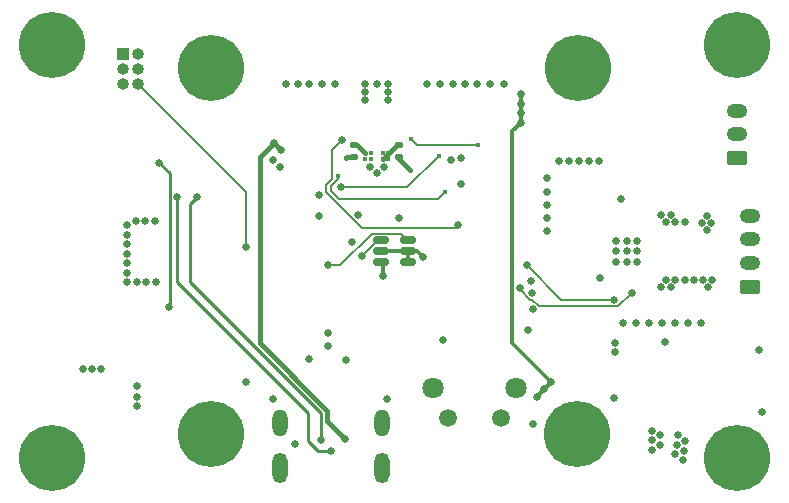
<source format=gbr>
%TF.GenerationSoftware,KiCad,Pcbnew,7.0.6*%
%TF.CreationDate,2024-03-18T22:21:06-04:00*%
%TF.ProjectId,Receiver,52656365-6976-4657-922e-6b696361645f,rev?*%
%TF.SameCoordinates,Original*%
%TF.FileFunction,Copper,L4,Bot*%
%TF.FilePolarity,Positive*%
%FSLAX46Y46*%
G04 Gerber Fmt 4.6, Leading zero omitted, Abs format (unit mm)*
G04 Created by KiCad (PCBNEW 7.0.6) date 2024-03-18 22:21:06*
%MOMM*%
%LPD*%
G01*
G04 APERTURE LIST*
G04 Aperture macros list*
%AMRoundRect*
0 Rectangle with rounded corners*
0 $1 Rounding radius*
0 $2 $3 $4 $5 $6 $7 $8 $9 X,Y pos of 4 corners*
0 Add a 4 corners polygon primitive as box body*
4,1,4,$2,$3,$4,$5,$6,$7,$8,$9,$2,$3,0*
0 Add four circle primitives for the rounded corners*
1,1,$1+$1,$2,$3*
1,1,$1+$1,$4,$5*
1,1,$1+$1,$6,$7*
1,1,$1+$1,$8,$9*
0 Add four rect primitives between the rounded corners*
20,1,$1+$1,$2,$3,$4,$5,0*
20,1,$1+$1,$4,$5,$6,$7,0*
20,1,$1+$1,$6,$7,$8,$9,0*
20,1,$1+$1,$8,$9,$2,$3,0*%
G04 Aperture macros list end*
%TA.AperFunction,ComponentPad*%
%ADD10C,3.600000*%
%TD*%
%TA.AperFunction,ConnectorPad*%
%ADD11C,5.600000*%
%TD*%
%TA.AperFunction,ComponentPad*%
%ADD12C,1.498600*%
%TD*%
%TA.AperFunction,ComponentPad*%
%ADD13C,1.803400*%
%TD*%
%TA.AperFunction,ComponentPad*%
%ADD14R,1.000000X1.000000*%
%TD*%
%TA.AperFunction,ComponentPad*%
%ADD15O,1.000000X1.000000*%
%TD*%
%TA.AperFunction,ComponentPad*%
%ADD16RoundRect,0.250000X0.625000X-0.350000X0.625000X0.350000X-0.625000X0.350000X-0.625000X-0.350000X0*%
%TD*%
%TA.AperFunction,ComponentPad*%
%ADD17O,1.750000X1.200000*%
%TD*%
%TA.AperFunction,ComponentPad*%
%ADD18O,1.300000X2.300000*%
%TD*%
%TA.AperFunction,ComponentPad*%
%ADD19O,1.300000X2.600000*%
%TD*%
%TA.AperFunction,SMDPad,CuDef*%
%ADD20RoundRect,0.150000X0.512500X0.150000X-0.512500X0.150000X-0.512500X-0.150000X0.512500X-0.150000X0*%
%TD*%
%TA.AperFunction,SMDPad,CuDef*%
%ADD21RoundRect,0.140000X-0.170000X0.140000X-0.170000X-0.140000X0.170000X-0.140000X0.170000X0.140000X0*%
%TD*%
%TA.AperFunction,SMDPad,CuDef*%
%ADD22RoundRect,0.140000X0.170000X-0.140000X0.170000X0.140000X-0.170000X0.140000X-0.170000X-0.140000X0*%
%TD*%
%TA.AperFunction,ViaPad*%
%ADD23C,0.650000*%
%TD*%
%TA.AperFunction,ViaPad*%
%ADD24C,0.450000*%
%TD*%
%TA.AperFunction,Conductor*%
%ADD25C,0.450000*%
%TD*%
%TA.AperFunction,Conductor*%
%ADD26C,0.254000*%
%TD*%
%TA.AperFunction,Conductor*%
%ADD27C,0.154000*%
%TD*%
%TA.AperFunction,Conductor*%
%ADD28C,0.300000*%
%TD*%
%TA.AperFunction,Conductor*%
%ADD29C,0.203200*%
%TD*%
G04 APERTURE END LIST*
D10*
%TO.P,H1,1*%
%TO.N,N/C*%
X165500000Y-115500000D03*
D11*
X165500000Y-115500000D03*
%TD*%
D10*
%TO.P,H2,1*%
%TO.N,N/C*%
X165575000Y-84500000D03*
D11*
X165575000Y-84500000D03*
%TD*%
D10*
%TO.P,H7,1*%
%TO.N,N/C*%
X179000000Y-117500000D03*
D11*
X179000000Y-117500000D03*
%TD*%
D12*
%TO.P,SW2,1,1*%
%TO.N,GND*%
X154561749Y-114100000D03*
%TO.P,SW2,2,2*%
%TO.N,Net-(D3-K)*%
X159061750Y-114100000D03*
D13*
%TO.P,SW2,3*%
%TO.N,N/C*%
X153306749Y-111609701D03*
%TO.P,SW2,4*%
X160316750Y-111609701D03*
%TD*%
D10*
%TO.P,H6,1*%
%TO.N,N/C*%
X179000000Y-82500000D03*
D11*
X179000000Y-82500000D03*
%TD*%
D14*
%TO.P,J5,1,Pin_1*%
%TO.N,/ESP_EN*%
X127030000Y-83330000D03*
D15*
%TO.P,J5,2,Pin_2*%
%TO.N,+3.3V*%
X128300000Y-83330000D03*
%TO.P,J5,3,Pin_3*%
%TO.N,/ESP_TX*%
X127030000Y-84600000D03*
%TO.P,J5,4,Pin_4*%
%TO.N,GND*%
X128300000Y-84600000D03*
%TO.P,J5,5,Pin_5*%
%TO.N,/ESP_RX*%
X127030000Y-85870000D03*
%TO.P,J5,6,Pin_6*%
%TO.N,/ESP_IO0*%
X128300000Y-85870000D03*
%TD*%
D10*
%TO.P,H4,1*%
%TO.N,N/C*%
X134500000Y-84500000D03*
D11*
X134500000Y-84500000D03*
%TD*%
D10*
%TO.P,H5,1*%
%TO.N,N/C*%
X121000000Y-82500000D03*
D11*
X121000000Y-82500000D03*
%TD*%
D10*
%TO.P,H3,1*%
%TO.N,N/C*%
X134500000Y-115500000D03*
D11*
X134500000Y-115500000D03*
%TD*%
D16*
%TO.P,J4,1,Pin_1*%
%TO.N,GND*%
X179000000Y-92100000D03*
D17*
%TO.P,J4,2,Pin_2*%
%TO.N,unconnected-(J4-Pin_2-Pad2)*%
X179000000Y-90100000D03*
%TO.P,J4,3,Pin_3*%
%TO.N,/BAT+*%
X179000000Y-88100000D03*
%TD*%
D18*
%TO.P,J1,S1*%
%TO.N,N/C*%
X140280000Y-114525000D03*
D19*
X140280000Y-118350000D03*
D18*
X148920000Y-114525000D03*
D19*
X148920000Y-118350000D03*
%TD*%
D10*
%TO.P,H8,1*%
%TO.N,N/C*%
X121000000Y-117500000D03*
D11*
X121000000Y-117500000D03*
%TD*%
D16*
%TO.P,J6,1,Pin_1*%
%TO.N,/OUT1B*%
X180131617Y-103000000D03*
D17*
%TO.P,J6,2,Pin_2*%
%TO.N,/OUT1A*%
X180131617Y-101000000D03*
%TO.P,J6,3,Pin_3*%
%TO.N,/OUT2A*%
X180131617Y-99000000D03*
%TO.P,J6,4,Pin_4*%
%TO.N,/OUT2B*%
X180131617Y-97000000D03*
%TD*%
D20*
%TO.P,U3,6,SDA/ADDR*%
%TO.N,/SDA*%
X148862500Y-99050000D03*
%TO.P,U3,5,GND*%
%TO.N,GND*%
X148862500Y-100000000D03*
%TO.P,U3,4,VDD*%
%TO.N,+3.3V*%
X148862500Y-100950000D03*
%TO.P,U3,3,GND*%
%TO.N,GND*%
X151137500Y-100950000D03*
%TO.P,U3,2,GND*%
X151137500Y-100000000D03*
%TO.P,U3,1,SCL/INT*%
%TO.N,/SCL*%
X151137500Y-99050000D03*
%TD*%
D21*
%TO.P,C5,1*%
%TO.N,/SW2*%
X150400000Y-91020000D03*
%TO.P,C5,2*%
%TO.N,/BTST2*%
X150400000Y-91980000D03*
%TD*%
D22*
%TO.P,C4,1*%
%TO.N,/BTST1*%
X146600000Y-91980000D03*
%TO.P,C4,2*%
%TO.N,/SW1*%
X146600000Y-91020000D03*
%TD*%
D23*
%TO.N,/VUSB*%
X140400000Y-91400000D03*
%TO.N,+3.3V*%
X144400000Y-108000000D03*
%TO.N,GND*%
X144400000Y-106900000D03*
X143600000Y-97000000D03*
%TO.N,+3.3V*%
X143600000Y-95200000D03*
%TO.N,/ESP_EN*%
X130900000Y-104700000D03*
X130100000Y-92500000D03*
%TO.N,GND*%
X129800000Y-102600000D03*
X129000000Y-102600000D03*
X128200000Y-102600000D03*
X129700000Y-97400000D03*
X128900000Y-97400000D03*
X128100000Y-97400000D03*
X127400000Y-97800000D03*
X127400000Y-98600000D03*
X127400000Y-99400000D03*
X127400000Y-100200000D03*
X127400000Y-101000000D03*
X127400000Y-101800000D03*
X127400000Y-102600000D03*
X137400000Y-111100000D03*
X125200000Y-110000000D03*
X124400000Y-110000000D03*
X123600000Y-110000000D03*
%TO.N,+3.3V*%
X128200000Y-111400000D03*
X128200000Y-112300000D03*
X128200000Y-113100000D03*
%TO.N,/SCL*%
X144400000Y-101200000D03*
%TO.N,/SDA*%
X147300000Y-100400000D03*
%TO.N,+3.3V*%
X146400000Y-99200000D03*
%TO.N,/VSYS*%
X163300000Y-111100000D03*
X162700000Y-111700000D03*
X162100000Y-112300000D03*
%TO.N,GND*%
X152400000Y-100500000D03*
%TO.N,+3.3V*%
X149000000Y-102100000D03*
X161300000Y-106700000D03*
%TO.N,GND*%
X154100000Y-107500000D03*
%TO.N,+3.3V*%
X168600000Y-112400000D03*
%TO.N,GND*%
X161700000Y-114600000D03*
X168700000Y-108500000D03*
X168700000Y-107800000D03*
%TO.N,/VUSB*%
X180900000Y-108400000D03*
%TO.N,GND*%
X172900000Y-107651500D03*
%TO.N,+3.3V*%
X171800000Y-116800000D03*
X172500000Y-116400000D03*
X172500000Y-115600000D03*
X171800000Y-116000000D03*
X171800000Y-115200000D03*
%TO.N,GND*%
X174400000Y-117700000D03*
X173800000Y-117200000D03*
X174500000Y-116900000D03*
X173900000Y-116400000D03*
X174600000Y-116100000D03*
X174000000Y-115600000D03*
X181100000Y-113600000D03*
%TO.N,/DIR*%
X160600000Y-103100000D03*
%TO.N,/STEP*%
X161200000Y-101200000D03*
%TO.N,/ESP_IO0*%
X137400000Y-99600000D03*
%TO.N,/BC_INT*%
X145500000Y-94600000D03*
%TO.N,/VUSB*%
X139800000Y-90800000D03*
%TO.N,GND*%
X140300000Y-92900000D03*
X139700000Y-92300000D03*
%TO.N,/VUSB*%
X145800000Y-115900000D03*
X141600000Y-116300000D03*
%TO.N,GND*%
X149400000Y-112500000D03*
X139700000Y-112500000D03*
X142800000Y-109100000D03*
X145900000Y-109200000D03*
X167400000Y-102300000D03*
X170581617Y-100000000D03*
X149100000Y-92900000D03*
X176131617Y-102400000D03*
X164750000Y-92400000D03*
X167350000Y-92400000D03*
X146900000Y-96900000D03*
X162881617Y-97200000D03*
X169381617Y-106100000D03*
X176881617Y-102400000D03*
X169681617Y-99100000D03*
X172681617Y-106100000D03*
X148500000Y-93400000D03*
X158103500Y-85800000D03*
X156000000Y-85800000D03*
X171581617Y-106100000D03*
X150400000Y-97200000D03*
X175381617Y-102400000D03*
X176531617Y-103050000D03*
X140800000Y-85800000D03*
X168781617Y-100000000D03*
X176831617Y-97600000D03*
X143900000Y-85800000D03*
X169681617Y-100000000D03*
X159300000Y-85800000D03*
X155600000Y-94300000D03*
X162900000Y-93800000D03*
X163900000Y-92400000D03*
X162881617Y-96100000D03*
X168781617Y-100900000D03*
X173781617Y-106100000D03*
X175981617Y-106100000D03*
X168781617Y-99100000D03*
X170481617Y-106100000D03*
X142800000Y-85800000D03*
X170581617Y-100900000D03*
X141800000Y-85800000D03*
X166500000Y-92400000D03*
X145000000Y-85800000D03*
X176481617Y-98200000D03*
X165650000Y-92400000D03*
X170581617Y-99100000D03*
X162881617Y-95000000D03*
X154800000Y-92300000D03*
X152800000Y-85800000D03*
X169681617Y-100900000D03*
X147900000Y-92900000D03*
X155600000Y-92100000D03*
X162881617Y-98300000D03*
X161581617Y-102500000D03*
X176481617Y-97000000D03*
X176081617Y-97600000D03*
X174881617Y-106100000D03*
X148500000Y-85800000D03*
X153900000Y-85800000D03*
X157000500Y-85800000D03*
X155000000Y-85800000D03*
%TO.N,/STEP*%
X168581617Y-104100000D03*
%TO.N,/DIR*%
X170081617Y-103500000D03*
%TO.N,/BAT+*%
X169200000Y-95600000D03*
X174582114Y-102400000D03*
X172581617Y-103000000D03*
X172981617Y-97550000D03*
X173381617Y-103000000D03*
X173781617Y-97550000D03*
X172981617Y-102400000D03*
X173781617Y-102400000D03*
X174582114Y-97550000D03*
X172581617Y-96950000D03*
X173381617Y-96950000D03*
%TO.N,/STAT*%
X145600000Y-90600000D03*
X155400000Y-97800000D03*
D24*
%TO.N,/BTST1*%
X145900000Y-92100000D03*
%TO.N,/REGN*%
X154300000Y-95000000D03*
X145200000Y-93600000D03*
%TO.N,/BTST2*%
X151303778Y-93084241D03*
%TO.N,/SDRV*%
X157100000Y-91000000D03*
X151400000Y-90500000D03*
D23*
%TO.N,/VSYS*%
X160700000Y-87500000D03*
X160700000Y-88300000D03*
X160700000Y-86700000D03*
X160700000Y-89100000D03*
D24*
%TO.N,/SW2*%
X149000000Y-91700000D03*
X149500000Y-91700000D03*
D23*
X149500000Y-85800000D03*
D24*
X149500000Y-92200000D03*
D23*
X149500000Y-86500000D03*
X149500000Y-87200000D03*
D24*
X149000000Y-92200000D03*
D23*
%TO.N,/SW1*%
X147500000Y-86500000D03*
D24*
X147500000Y-91700000D03*
D23*
X147500000Y-85800000D03*
D24*
X148000000Y-91700000D03*
X147500000Y-92200000D03*
X148000000Y-92200000D03*
D23*
X147500000Y-87200000D03*
%TO.N,+3.3V*%
X161700000Y-104900000D03*
X161681617Y-103500000D03*
D24*
%TO.N,/BC_INT*%
X153800000Y-91900000D03*
D23*
%TO.N,/D-*%
X133300000Y-95400000D03*
X143800000Y-116000000D03*
%TO.N,/D+*%
X144600000Y-116900000D03*
X131600000Y-95400000D03*
%TD*%
D25*
%TO.N,/VUSB*%
X139800000Y-90800000D02*
X140400000Y-91400000D01*
X138600000Y-92000000D02*
X139800000Y-90800000D01*
X138600000Y-107790064D02*
X138600000Y-92000000D01*
X144302000Y-113492064D02*
X138600000Y-107790064D01*
X144302000Y-114402000D02*
X144302000Y-113492064D01*
X145800000Y-115900000D02*
X144302000Y-114402000D01*
D26*
%TO.N,/ESP_EN*%
X131000000Y-104600000D02*
X130900000Y-104700000D01*
X130998000Y-95150643D02*
X130998000Y-95649357D01*
X130998000Y-95649357D02*
X131000000Y-95651357D01*
X131000000Y-95148643D02*
X130998000Y-95150643D01*
X131000000Y-95651357D02*
X131000000Y-104600000D01*
X131000000Y-93400000D02*
X131000000Y-95148643D01*
X130100000Y-92500000D02*
X131000000Y-93400000D01*
D27*
%TO.N,/STAT*%
X144748000Y-91452000D02*
X145600000Y-90600000D01*
X144748000Y-93848000D02*
X144748000Y-91452000D01*
X144200000Y-94980646D02*
X144200000Y-94396000D01*
X144200000Y-94396000D02*
X144748000Y-93848000D01*
X155200000Y-98000000D02*
X147219354Y-98000000D01*
X155400000Y-97800000D02*
X155200000Y-98000000D01*
X147219354Y-98000000D02*
X144200000Y-94980646D01*
%TO.N,/SCL*%
X150587500Y-98500000D02*
X151137500Y-99050000D01*
X148100000Y-98500000D02*
X150587500Y-98500000D01*
X144400000Y-101200000D02*
X145400000Y-101200000D01*
X145400000Y-101200000D02*
X148100000Y-98500000D01*
%TO.N,/SDA*%
X148616841Y-99050000D02*
X148862500Y-99050000D01*
X147300000Y-100366841D02*
X148616841Y-99050000D01*
X147300000Y-100400000D02*
X147300000Y-100366841D01*
D28*
%TO.N,GND*%
X150000000Y-100000000D02*
X151137500Y-100000000D01*
X151137500Y-100000000D02*
X151137500Y-100950000D01*
X150000000Y-100000000D02*
X148862500Y-100000000D01*
X151900000Y-100000000D02*
X150000000Y-100000000D01*
X152400000Y-100500000D02*
X151900000Y-100000000D01*
%TO.N,+3.3V*%
X149000000Y-102100000D02*
X149000000Y-101087500D01*
X149000000Y-101087500D02*
X148862500Y-100950000D01*
%TO.N,/VSYS*%
X160700000Y-89100000D02*
X160700000Y-86700000D01*
X159975000Y-89825000D02*
X160700000Y-89100000D01*
X159975000Y-107775000D02*
X159975000Y-89825000D01*
X163300000Y-111100000D02*
X159975000Y-107775000D01*
X162100000Y-112300000D02*
X163300000Y-111100000D01*
D27*
%TO.N,/DIR*%
X160600000Y-103200000D02*
X160600000Y-103100000D01*
X161680646Y-104100000D02*
X161500000Y-104100000D01*
X162252000Y-104671354D02*
X161680646Y-104100000D01*
X168910263Y-104671354D02*
X162252000Y-104671354D01*
X161500000Y-104100000D02*
X160600000Y-103200000D01*
X170081617Y-103500000D02*
X168910263Y-104671354D01*
%TO.N,/STEP*%
X164100000Y-104100000D02*
X161200000Y-101200000D01*
X168581617Y-104100000D02*
X164100000Y-104100000D01*
%TO.N,/ESP_IO0*%
X137400000Y-94970000D02*
X128300000Y-85870000D01*
X137400000Y-99600000D02*
X137400000Y-94970000D01*
%TO.N,/BC_INT*%
X151100000Y-94600000D02*
X145500000Y-94600000D01*
X153800000Y-91900000D02*
X151100000Y-94600000D01*
D29*
%TO.N,/REGN*%
X145200000Y-93860710D02*
X145200000Y-93600000D01*
X145284064Y-95600000D02*
X144600000Y-94915936D01*
X144600000Y-94915936D02*
X144600000Y-94460710D01*
X153700000Y-95600000D02*
X145284064Y-95600000D01*
X144600000Y-94460710D02*
X145200000Y-93860710D01*
X154300000Y-95000000D02*
X153700000Y-95600000D01*
D25*
%TO.N,/BTST1*%
X146600000Y-91980000D02*
X146020000Y-91980000D01*
X146020000Y-91980000D02*
X145900000Y-92100000D01*
%TO.N,/BTST2*%
X150400000Y-92180463D02*
X150400000Y-91980000D01*
X151303778Y-93084241D02*
X150400000Y-92180463D01*
D29*
%TO.N,/SDRV*%
X151900000Y-91000000D02*
X157100000Y-91000000D01*
X151400000Y-90500000D02*
X151900000Y-91000000D01*
D25*
%TO.N,/SW2*%
X150400000Y-91020000D02*
X150180000Y-91020000D01*
X150180000Y-91020000D02*
X149000000Y-92200000D01*
%TO.N,/SW1*%
X146820000Y-91020000D02*
X147500000Y-91700000D01*
X146600000Y-91020000D02*
X146820000Y-91020000D01*
D26*
%TO.N,/D-*%
X133300000Y-95400000D02*
X132700000Y-96000000D01*
X132700000Y-102600000D02*
X143800000Y-113700000D01*
X132700000Y-96000000D02*
X132700000Y-102600000D01*
X143800000Y-113700000D02*
X143800000Y-116000000D01*
%TO.N,/D+*%
X144600000Y-116900000D02*
X143500000Y-116900000D01*
X131600000Y-102600000D02*
X131600000Y-95400000D01*
X143500000Y-116900000D02*
X142700000Y-116100000D01*
X142700000Y-113700000D02*
X131600000Y-102600000D01*
X142700000Y-116100000D02*
X142700000Y-113700000D01*
%TD*%
M02*

</source>
